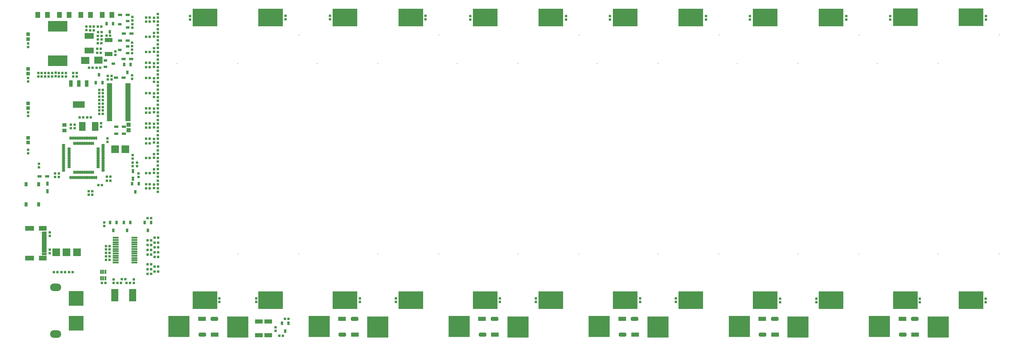
<source format=gts>
G04*
G04 #@! TF.GenerationSoftware,Altium Limited,Altium Designer,18.1.7 (191)*
G04*
G04 Layer_Color=8388736*
%FSLAX44Y44*%
%MOMM*%
G71*
G01*
G75*
%ADD55R,1.2032X1.2032*%
%ADD56R,0.8032X0.8032*%
%ADD57R,0.8032X0.8032*%
%ADD58R,0.7532X1.0032*%
%ADD59R,1.2032X0.6532*%
%ADD60R,1.0032X0.7532*%
%ADD61R,0.6532X1.2032*%
%ADD62O,1.5532X0.5532*%
%ADD63R,2.2032X2.2032*%
%ADD64R,2.2032X2.2032*%
%ADD65R,2.2032X1.2032*%
G04:AMPARAMS|DCode=66|XSize=2.2032mm|YSize=1.2032mm|CornerRadius=0mm|HoleSize=0mm|Usage=FLASHONLY|Rotation=0.000|XOffset=0mm|YOffset=0mm|HoleType=Round|Shape=Octagon|*
%AMOCTAGOND66*
4,1,8,1.1016,-0.3008,1.1016,0.3008,0.8008,0.6016,-0.8008,0.6016,-1.1016,0.3008,-1.1016,-0.3008,-0.8008,-0.6016,0.8008,-0.6016,1.1016,-0.3008,0.0*
%
%ADD66OCTAGOND66*%

%ADD67R,6.2032X6.2032*%
%ADD68R,7.2032X5.2032*%
%ADD69R,1.4032X1.7032*%
%ADD70R,2.2032X1.3032*%
%ADD71R,5.6032X3.1032*%
%ADD72R,3.4032X1.9032*%
%ADD73R,1.1032X1.9032*%
%ADD74R,0.5532X1.2032*%
%ADD75R,0.5532X1.2032*%
G04:AMPARAMS|DCode=76|XSize=1.6732mm|YSize=0.6832mm|CornerRadius=0.1616mm|HoleSize=0mm|Usage=FLASHONLY|Rotation=90.000|XOffset=0mm|YOffset=0mm|HoleType=Round|Shape=RoundedRectangle|*
%AMROUNDEDRECTD76*
21,1,1.6732,0.3600,0,0,90.0*
21,1,1.3500,0.6832,0,0,90.0*
1,1,0.3232,0.1800,0.6750*
1,1,0.3232,0.1800,-0.6750*
1,1,0.3232,-0.1800,-0.6750*
1,1,0.3232,-0.1800,0.6750*
%
%ADD76ROUNDEDRECTD76*%
%ADD77R,2.4032X2.0032*%
G04:AMPARAMS|DCode=78|XSize=0.5032mm|YSize=1.0032mm|CornerRadius=0.1766mm|HoleSize=0mm|Usage=FLASHONLY|Rotation=0.000|XOffset=0mm|YOffset=0mm|HoleType=Round|Shape=RoundedRectangle|*
%AMROUNDEDRECTD78*
21,1,0.5032,0.6500,0,0,0.0*
21,1,0.1500,1.0032,0,0,0.0*
1,1,0.3532,0.0750,-0.3250*
1,1,0.3532,-0.0750,-0.3250*
1,1,0.3532,-0.0750,0.3250*
1,1,0.3532,0.0750,0.3250*
%
%ADD78ROUNDEDRECTD78*%
G04:AMPARAMS|DCode=79|XSize=0.5032mm|YSize=1.0032mm|CornerRadius=0.1766mm|HoleSize=0mm|Usage=FLASHONLY|Rotation=90.000|XOffset=0mm|YOffset=0mm|HoleType=Round|Shape=RoundedRectangle|*
%AMROUNDEDRECTD79*
21,1,0.5032,0.6500,0,0,90.0*
21,1,0.1500,1.0032,0,0,90.0*
1,1,0.3532,0.3250,0.0750*
1,1,0.3532,0.3250,-0.0750*
1,1,0.3532,-0.3250,-0.0750*
1,1,0.3532,-0.3250,0.0750*
%
%ADD79ROUNDEDRECTD79*%
%ADD80R,1.0032X1.0032*%
%ADD81R,1.6532X0.5032*%
%ADD82R,0.9032X1.3032*%
%ADD83R,1.1832X1.1332*%
%ADD84R,1.3532X0.8032*%
%ADD85R,1.3532X0.5032*%
%ADD86R,2.0032X3.6032*%
%ADD87R,1.9032X2.6032*%
%ADD88C,0.2032*%
%ADD89R,4.2032X4.2032*%
%ADD90O,3.2032X2.2032*%
%ADD91R,2.2032X1.4032*%
%ADD92R,2.5032X1.4032*%
D55*
X634000Y845000D02*
D03*
Y829000D02*
D03*
D56*
X564000Y561080D02*
D03*
Y550920D02*
D03*
X646000Y757080D02*
D03*
Y746920D02*
D03*
X644000Y977920D02*
D03*
Y988080D02*
D03*
X645000Y1146920D02*
D03*
Y1157080D02*
D03*
Y1125920D02*
D03*
Y1136080D02*
D03*
X644000Y1072920D02*
D03*
Y1083080D02*
D03*
Y1051920D02*
D03*
Y1062080D02*
D03*
X659000Y724920D02*
D03*
Y735080D02*
D03*
X663000Y692920D02*
D03*
Y703080D02*
D03*
X646000Y724920D02*
D03*
Y735080D02*
D03*
X574000Y975920D02*
D03*
Y986080D02*
D03*
X585000Y975920D02*
D03*
Y986080D02*
D03*
X719000Y1166080D02*
D03*
Y1155920D02*
D03*
Y1144080D02*
D03*
Y1133920D02*
D03*
Y1111920D02*
D03*
Y1122080D02*
D03*
Y1100080D02*
D03*
Y1089920D02*
D03*
Y1067920D02*
D03*
Y1078080D02*
D03*
Y1056080D02*
D03*
Y1045920D02*
D03*
Y1023920D02*
D03*
Y1034080D02*
D03*
Y1012080D02*
D03*
Y1001920D02*
D03*
Y979920D02*
D03*
Y990080D02*
D03*
Y968080D02*
D03*
Y957920D02*
D03*
Y935920D02*
D03*
Y946080D02*
D03*
Y924080D02*
D03*
Y913920D02*
D03*
Y891920D02*
D03*
Y902080D02*
D03*
Y880080D02*
D03*
Y869920D02*
D03*
Y847920D02*
D03*
Y858080D02*
D03*
Y836080D02*
D03*
Y825920D02*
D03*
Y803920D02*
D03*
Y814080D02*
D03*
Y792080D02*
D03*
Y781920D02*
D03*
Y759920D02*
D03*
Y770080D02*
D03*
X719000Y748080D02*
D03*
Y737920D02*
D03*
X719000Y715920D02*
D03*
Y726080D02*
D03*
Y704080D02*
D03*
Y693920D02*
D03*
Y671920D02*
D03*
Y682080D02*
D03*
Y660080D02*
D03*
Y649920D02*
D03*
X897000Y341080D02*
D03*
Y330920D02*
D03*
X1003000Y341080D02*
D03*
Y330920D02*
D03*
X1303000Y341080D02*
D03*
Y330920D02*
D03*
X1407000Y341080D02*
D03*
Y330920D02*
D03*
X1708000Y341080D02*
D03*
Y330920D02*
D03*
X1812000Y341080D02*
D03*
Y330920D02*
D03*
X2113000Y341080D02*
D03*
Y330920D02*
D03*
X2217000Y341080D02*
D03*
Y330920D02*
D03*
X2518000Y340080D02*
D03*
Y329920D02*
D03*
X2623000Y340080D02*
D03*
Y329920D02*
D03*
X2922000Y340080D02*
D03*
Y329920D02*
D03*
X3112000Y340080D02*
D03*
Y329920D02*
D03*
X812000Y1160080D02*
D03*
Y1149920D02*
D03*
X1088000Y1161080D02*
D03*
Y1150920D02*
D03*
X1217000Y1161080D02*
D03*
Y1150920D02*
D03*
X1493000Y1161080D02*
D03*
Y1150920D02*
D03*
X1622000Y1160080D02*
D03*
Y1149920D02*
D03*
X1899000Y1160080D02*
D03*
Y1149920D02*
D03*
X2026000Y1160080D02*
D03*
Y1149920D02*
D03*
X2304000Y1160080D02*
D03*
Y1149920D02*
D03*
X2431000Y1160080D02*
D03*
Y1149920D02*
D03*
X2709000Y1160080D02*
D03*
Y1149920D02*
D03*
X2836000Y1160080D02*
D03*
Y1149920D02*
D03*
X3113000Y1160080D02*
D03*
Y1149920D02*
D03*
X484000Y995080D02*
D03*
Y984920D02*
D03*
X474000Y995080D02*
D03*
Y984920D02*
D03*
X443000D02*
D03*
Y995080D02*
D03*
X433000Y984920D02*
D03*
Y995080D02*
D03*
X423000Y985000D02*
D03*
Y995160D02*
D03*
X413000Y984920D02*
D03*
Y995080D02*
D03*
X403000Y984920D02*
D03*
Y995080D02*
D03*
X596000Y1046920D02*
D03*
Y1057080D02*
D03*
X708000Y715080D02*
D03*
Y704920D02*
D03*
X422000Y692920D02*
D03*
Y703080D02*
D03*
X453000Y984920D02*
D03*
Y995080D02*
D03*
X512000Y1118920D02*
D03*
Y1129080D02*
D03*
X393000Y995080D02*
D03*
Y984920D02*
D03*
X373000Y995080D02*
D03*
Y984920D02*
D03*
X556000Y1102080D02*
D03*
Y1091920D02*
D03*
X545000Y1102080D02*
D03*
Y1091920D02*
D03*
X383000Y984920D02*
D03*
Y995080D02*
D03*
X708000Y660920D02*
D03*
Y671080D02*
D03*
Y748920D02*
D03*
Y759080D02*
D03*
Y792920D02*
D03*
Y803080D02*
D03*
Y836920D02*
D03*
Y847080D02*
D03*
Y880920D02*
D03*
Y891080D02*
D03*
Y924920D02*
D03*
Y935080D02*
D03*
Y968920D02*
D03*
Y979080D02*
D03*
Y1012920D02*
D03*
Y1023080D02*
D03*
Y1056920D02*
D03*
Y1067080D02*
D03*
Y1100920D02*
D03*
Y1111080D02*
D03*
X344000Y761920D02*
D03*
Y772080D02*
D03*
X344000Y869920D02*
D03*
Y880080D02*
D03*
Y969920D02*
D03*
Y980080D02*
D03*
Y1069920D02*
D03*
Y1080080D02*
D03*
X1059000Y257080D02*
D03*
Y246920D02*
D03*
X708000Y1155080D02*
D03*
Y1144920D02*
D03*
X573000Y794920D02*
D03*
Y805080D02*
D03*
X591000Y396176D02*
D03*
Y386017D02*
D03*
X555000Y838920D02*
D03*
Y849080D02*
D03*
X375000Y731080D02*
D03*
Y720920D02*
D03*
X433000Y703080D02*
D03*
Y692920D02*
D03*
X519000Y641920D02*
D03*
Y652080D02*
D03*
X529000Y641920D02*
D03*
Y652080D02*
D03*
X649000Y386017D02*
D03*
Y396176D02*
D03*
X478000Y834920D02*
D03*
Y845080D02*
D03*
X467000D02*
D03*
Y834920D02*
D03*
X406000Y482080D02*
D03*
Y471920D02*
D03*
X406000Y521920D02*
D03*
Y532080D02*
D03*
D57*
X549920Y896000D02*
D03*
X560080D02*
D03*
X549920Y876000D02*
D03*
X560080D02*
D03*
X549920Y946000D02*
D03*
X560080D02*
D03*
X695080Y660000D02*
D03*
X684920D02*
D03*
X695080Y672000D02*
D03*
X684920D02*
D03*
X695080Y704000D02*
D03*
X684920D02*
D03*
X695080Y748000D02*
D03*
X684920D02*
D03*
X695080Y791000D02*
D03*
X684920D02*
D03*
X695080Y804000D02*
D03*
X684920D02*
D03*
X695080Y836000D02*
D03*
X684920D02*
D03*
X695080Y848000D02*
D03*
X684920D02*
D03*
X560080Y936000D02*
D03*
X549920D02*
D03*
X695080Y880000D02*
D03*
X684920D02*
D03*
X549920Y906000D02*
D03*
X560080D02*
D03*
X695080Y892000D02*
D03*
X684920D02*
D03*
X549920Y886000D02*
D03*
X560080D02*
D03*
X695080Y936000D02*
D03*
X684920D02*
D03*
X695080Y980000D02*
D03*
X684920D02*
D03*
X560080Y916000D02*
D03*
X549920D02*
D03*
X560080Y926000D02*
D03*
X549920D02*
D03*
X695080Y1012000D02*
D03*
X684920D02*
D03*
X695080Y1024000D02*
D03*
X684920D02*
D03*
X695080Y1056000D02*
D03*
X684920D02*
D03*
X695080Y1100000D02*
D03*
X684920D02*
D03*
X695080Y1144000D02*
D03*
X684920D02*
D03*
X695080Y1156000D02*
D03*
X684920D02*
D03*
X720080Y461000D02*
D03*
X709920D02*
D03*
X568920Y463000D02*
D03*
X579080D02*
D03*
X568920Y453000D02*
D03*
X579080D02*
D03*
X568920Y483000D02*
D03*
X579080D02*
D03*
X568920Y473000D02*
D03*
X579080D02*
D03*
Y493000D02*
D03*
X568920D02*
D03*
X556920Y386000D02*
D03*
X567080D02*
D03*
X541920Y1010000D02*
D03*
X552080D02*
D03*
X581080Y1103000D02*
D03*
X570920D02*
D03*
X519920Y1010000D02*
D03*
X530080D02*
D03*
X582080Y682000D02*
D03*
X571920D02*
D03*
X555080Y1081000D02*
D03*
X544920D02*
D03*
X554080Y1053000D02*
D03*
X543920D02*
D03*
Y1065000D02*
D03*
X554080D02*
D03*
X545920Y1113000D02*
D03*
X556080D02*
D03*
X522920Y1118000D02*
D03*
X533080D02*
D03*
X555080Y1129000D02*
D03*
X544920D02*
D03*
X533080D02*
D03*
X522920D02*
D03*
X688920Y574000D02*
D03*
X699080D02*
D03*
X625080Y397096D02*
D03*
X614920D02*
D03*
X612080Y386096D02*
D03*
X601920D02*
D03*
X450080Y417000D02*
D03*
X439920D02*
D03*
X688920Y412000D02*
D03*
X699080D02*
D03*
X709920Y433000D02*
D03*
X720080D02*
D03*
X1080080Y233000D02*
D03*
X1069920D02*
D03*
X428080Y417000D02*
D03*
X417920D02*
D03*
X514920Y866000D02*
D03*
X525080D02*
D03*
X492920Y866000D02*
D03*
X503080D02*
D03*
X546920Y670000D02*
D03*
X557080D02*
D03*
X571920Y694000D02*
D03*
X582080D02*
D03*
X1096080Y282000D02*
D03*
X1085920D02*
D03*
X472080Y417000D02*
D03*
X461920D02*
D03*
X709920Y517000D02*
D03*
X720080D02*
D03*
X709920Y503000D02*
D03*
X720080D02*
D03*
X688920Y510000D02*
D03*
X699080D02*
D03*
X709920Y489190D02*
D03*
X720080D02*
D03*
X688920Y496000D02*
D03*
X699080D02*
D03*
X688920Y482000D02*
D03*
X699080D02*
D03*
X709920Y475000D02*
D03*
X720080D02*
D03*
X688920Y468000D02*
D03*
X699080D02*
D03*
X688920Y440000D02*
D03*
X699080D02*
D03*
X688920Y426000D02*
D03*
X699080D02*
D03*
X709920Y419000D02*
D03*
X720080D02*
D03*
X627920Y386096D02*
D03*
X638080D02*
D03*
D58*
X549000Y989500D02*
D03*
X558500Y966500D02*
D03*
X539500D02*
D03*
X631000Y996500D02*
D03*
X621500Y1019500D02*
D03*
X640500D02*
D03*
X654000Y650500D02*
D03*
X644500Y673500D02*
D03*
X663500D02*
D03*
X580000Y1114500D02*
D03*
X570500Y1137500D02*
D03*
X589500D02*
D03*
X690000Y538500D02*
D03*
X680500Y561500D02*
D03*
X699500D02*
D03*
X1096500Y269500D02*
D03*
X1077500D02*
D03*
X1087000Y246500D02*
D03*
X599500Y561500D02*
D03*
X580500D02*
D03*
X590000Y538500D02*
D03*
X639500Y561500D02*
D03*
X620500D02*
D03*
X630000Y538500D02*
D03*
D59*
X643000Y1109000D02*
D03*
X621000D02*
D03*
X642000Y1035000D02*
D03*
X620000D02*
D03*
X610000Y1163000D02*
D03*
X632000D02*
D03*
X610000Y1089000D02*
D03*
X632000D02*
D03*
X599000Y819000D02*
D03*
X621000D02*
D03*
X599000Y839000D02*
D03*
X621000D02*
D03*
X598000Y981000D02*
D03*
X620000D02*
D03*
X377000Y695000D02*
D03*
X399000D02*
D03*
D60*
X608500Y1136000D02*
D03*
X631500Y1145500D02*
D03*
Y1126500D02*
D03*
X608501Y1061993D02*
D03*
X631501Y1071493D02*
D03*
Y1052493D02*
D03*
X590000Y1022000D02*
D03*
X567000Y1012500D02*
D03*
Y1031500D02*
D03*
D61*
X647000Y688000D02*
D03*
Y710000D02*
D03*
X400000Y674000D02*
D03*
Y652000D02*
D03*
D62*
X579250Y962500D02*
D03*
Y957500D02*
D03*
Y952500D02*
D03*
Y947500D02*
D03*
Y942500D02*
D03*
Y937500D02*
D03*
Y932500D02*
D03*
Y927500D02*
D03*
Y922500D02*
D03*
Y917500D02*
D03*
Y912500D02*
D03*
Y907500D02*
D03*
Y902500D02*
D03*
Y897500D02*
D03*
Y892500D02*
D03*
Y887500D02*
D03*
Y882500D02*
D03*
Y877500D02*
D03*
Y872500D02*
D03*
Y867500D02*
D03*
Y862500D02*
D03*
Y857500D02*
D03*
X632750Y962500D02*
D03*
Y957500D02*
D03*
Y952500D02*
D03*
Y947500D02*
D03*
Y942500D02*
D03*
Y937500D02*
D03*
Y932500D02*
D03*
Y927500D02*
D03*
Y922500D02*
D03*
Y917500D02*
D03*
Y912500D02*
D03*
Y907500D02*
D03*
Y902500D02*
D03*
Y897500D02*
D03*
Y892500D02*
D03*
Y887500D02*
D03*
Y882500D02*
D03*
Y877500D02*
D03*
Y872500D02*
D03*
Y867500D02*
D03*
Y862500D02*
D03*
Y857500D02*
D03*
D63*
X485000Y475000D02*
D03*
X455000D02*
D03*
X425000D02*
D03*
D64*
X625000Y774000D02*
D03*
X595000D02*
D03*
D65*
X846500Y281998D02*
D03*
X883500Y235998D02*
D03*
X1288500Y235998D02*
D03*
X1251500Y281998D02*
D03*
X1693500Y235998D02*
D03*
X1656500Y281998D02*
D03*
X2098500Y235998D02*
D03*
X2061500Y281998D02*
D03*
X2503500Y235998D02*
D03*
X2466500Y281998D02*
D03*
X2908500Y235998D02*
D03*
X2871500Y281998D02*
D03*
D66*
X847500Y235998D02*
D03*
X882500Y281998D02*
D03*
X1287500Y281998D02*
D03*
X1252500Y235998D02*
D03*
X1692500Y281998D02*
D03*
X1657500Y235998D02*
D03*
X2097500Y281998D02*
D03*
X2062500Y235998D02*
D03*
X2502500Y281998D02*
D03*
X2467500Y235998D02*
D03*
X2907500Y281998D02*
D03*
X2872500Y235998D02*
D03*
D67*
X780000Y259998D02*
D03*
X950000Y257998D02*
D03*
X1355000Y257998D02*
D03*
X1185000Y259998D02*
D03*
X1760000Y257998D02*
D03*
X1590000Y259998D02*
D03*
X2165000Y257998D02*
D03*
X1995000Y259998D02*
D03*
X2570000Y257998D02*
D03*
X2400000Y259998D02*
D03*
X2975000Y257998D02*
D03*
X2805000Y259998D02*
D03*
D68*
X3070000Y1156352D02*
D03*
X3070000Y336352D02*
D03*
X2880000D02*
D03*
Y1156352D02*
D03*
X2665000Y1156000D02*
D03*
X2665000Y336000D02*
D03*
X2475000D02*
D03*
Y1156000D02*
D03*
X2260000D02*
D03*
X2260000Y336000D02*
D03*
X2070000D02*
D03*
Y1156000D02*
D03*
X1855000Y1156000D02*
D03*
X1855000Y336000D02*
D03*
X1665000D02*
D03*
Y1156000D02*
D03*
X1450000Y1156000D02*
D03*
X1450000Y336000D02*
D03*
X1260000D02*
D03*
Y1156000D02*
D03*
X1045000Y1156000D02*
D03*
X1045000Y336000D02*
D03*
X855000D02*
D03*
Y1156000D02*
D03*
D69*
X372092Y1163000D02*
D03*
X400000D02*
D03*
X558046Y1163000D02*
D03*
X585954D02*
D03*
X496046D02*
D03*
X523954D02*
D03*
X434046D02*
D03*
X461954D02*
D03*
D70*
X577000Y1050000D02*
D03*
Y1090000D02*
D03*
X1038000Y234000D02*
D03*
Y274000D02*
D03*
X1011000Y234000D02*
D03*
Y274000D02*
D03*
D71*
X429000Y1130000D02*
D03*
Y1030000D02*
D03*
D72*
X490000Y903000D02*
D03*
D73*
X467000Y964000D02*
D03*
X490000D02*
D03*
X513000D02*
D03*
D74*
X567404Y418500D02*
D03*
X560904Y399500D02*
D03*
X567404D02*
D03*
X560904Y418500D02*
D03*
X554404D02*
D03*
D75*
X554403Y399500D02*
D03*
D76*
X510250Y1059500D02*
D03*
X516750D02*
D03*
X523250D02*
D03*
X529750D02*
D03*
Y1102500D02*
D03*
X523250D02*
D03*
X516750D02*
D03*
X510250D02*
D03*
D77*
X547000Y1032000D02*
D03*
X509000Y1031000D02*
D03*
D78*
X531000Y691750D02*
D03*
X536000D02*
D03*
X526000D02*
D03*
X541000D02*
D03*
X516000D02*
D03*
X521000D02*
D03*
X506000D02*
D03*
X511000D02*
D03*
X491000D02*
D03*
X501000D02*
D03*
X496000D02*
D03*
X471000D02*
D03*
X476000D02*
D03*
X466000D02*
D03*
X486000D02*
D03*
X481000D02*
D03*
X541000Y806170D02*
D03*
X536000D02*
D03*
X531000D02*
D03*
X526000D02*
D03*
X506000D02*
D03*
X511000D02*
D03*
X501000D02*
D03*
X521000D02*
D03*
X516000D02*
D03*
X496000D02*
D03*
X491000D02*
D03*
X486000D02*
D03*
X471000D02*
D03*
X466000D02*
D03*
X481000D02*
D03*
X476000D02*
D03*
X531500Y790750D02*
D03*
X526500Y790750D02*
D03*
X521500Y790750D02*
D03*
X516500Y790750D02*
D03*
X511500D02*
D03*
X506500D02*
D03*
X501500D02*
D03*
X496500D02*
D03*
X491500Y790750D02*
D03*
X486500Y790750D02*
D03*
X481500D02*
D03*
X476500D02*
D03*
X531500Y707250D02*
D03*
X526500D02*
D03*
X521500D02*
D03*
X516500D02*
D03*
X511500D02*
D03*
X506500D02*
D03*
X501500D02*
D03*
X496500D02*
D03*
X491500D02*
D03*
X486500D02*
D03*
X481500D02*
D03*
X476500D02*
D03*
D79*
X560500Y711250D02*
D03*
Y721250D02*
D03*
Y726250D02*
D03*
Y716250D02*
D03*
Y736250D02*
D03*
Y731250D02*
D03*
Y741250D02*
D03*
Y746250D02*
D03*
Y751250D02*
D03*
X446500Y736250D02*
D03*
Y741250D02*
D03*
Y731250D02*
D03*
Y751250D02*
D03*
Y746250D02*
D03*
Y716250D02*
D03*
Y711250D02*
D03*
Y726250D02*
D03*
Y721250D02*
D03*
X560500Y761250D02*
D03*
Y766250D02*
D03*
Y756250D02*
D03*
Y786250D02*
D03*
Y771250D02*
D03*
Y776250D02*
D03*
Y781250D02*
D03*
X446500Y761250D02*
D03*
Y766250D02*
D03*
Y756250D02*
D03*
Y776250D02*
D03*
Y781250D02*
D03*
Y771250D02*
D03*
Y786250D02*
D03*
X462250Y776500D02*
D03*
Y771500D02*
D03*
Y766500D02*
D03*
Y761500D02*
D03*
Y756500D02*
D03*
Y751500D02*
D03*
Y746500D02*
D03*
Y741500D02*
D03*
Y736500D02*
D03*
Y731500D02*
D03*
Y726500D02*
D03*
Y721500D02*
D03*
X545750Y776500D02*
D03*
Y771500D02*
D03*
Y766500D02*
D03*
Y761500D02*
D03*
Y756500D02*
D03*
Y751500D02*
D03*
Y746500D02*
D03*
Y741500D02*
D03*
Y736500D02*
D03*
Y731500D02*
D03*
Y726500D02*
D03*
Y721500D02*
D03*
D80*
X344000Y807000D02*
D03*
Y793000D02*
D03*
X344000Y893000D02*
D03*
Y907000D02*
D03*
Y993000D02*
D03*
Y1007000D02*
D03*
Y1093000D02*
D03*
Y1107000D02*
D03*
D81*
X596500Y471373D02*
D03*
Y477873D02*
D03*
Y484373D02*
D03*
Y490873D02*
D03*
Y497373D02*
D03*
Y503873D02*
D03*
Y516873D02*
D03*
Y510373D02*
D03*
X651000Y510323D02*
D03*
Y516823D02*
D03*
Y503823D02*
D03*
Y497323D02*
D03*
Y490823D02*
D03*
Y484323D02*
D03*
Y477823D02*
D03*
Y471323D02*
D03*
Y464823D02*
D03*
Y458323D02*
D03*
Y451823D02*
D03*
Y445323D02*
D03*
X596500Y445373D02*
D03*
Y451873D02*
D03*
Y458373D02*
D03*
Y464873D02*
D03*
D82*
X337500Y672500D02*
D03*
Y613500D02*
D03*
X374500D02*
D03*
Y672500D02*
D03*
D83*
X449000Y843700D02*
D03*
Y828300D02*
D03*
D84*
X390160Y532000D02*
D03*
Y524500D02*
D03*
X390190Y477500D02*
D03*
X390160Y470000D02*
D03*
D85*
Y518500D02*
D03*
Y513500D02*
D03*
Y508500D02*
D03*
Y503500D02*
D03*
X390190Y498500D02*
D03*
X390160Y493500D02*
D03*
Y488500D02*
D03*
Y483500D02*
D03*
D86*
X646000Y350000D02*
D03*
X594000D02*
D03*
D87*
X537500Y840123D02*
D03*
X500500D02*
D03*
D88*
X2975000Y1022704D02*
D03*
Y470000D02*
D03*
X3151000Y470352D02*
D03*
X3152000Y1105352D02*
D03*
X2799000Y1022352D02*
D03*
X2570000Y1022352D02*
D03*
Y469648D02*
D03*
X2746000Y470000D02*
D03*
X2747000Y1105000D02*
D03*
X2394000Y1022000D02*
D03*
X2165000Y1022352D02*
D03*
Y469648D02*
D03*
X2341000Y470000D02*
D03*
X2342000Y1105000D02*
D03*
X1989000Y1022000D02*
D03*
X1760000Y1022352D02*
D03*
Y469648D02*
D03*
X1936000Y470000D02*
D03*
X1937000Y1105000D02*
D03*
X1584000Y1022000D02*
D03*
X1355000Y1022352D02*
D03*
Y469648D02*
D03*
X1531000Y470000D02*
D03*
X1532000Y1105000D02*
D03*
X1179000Y1022000D02*
D03*
X950000Y1022352D02*
D03*
Y469648D02*
D03*
X1126000Y470000D02*
D03*
X1127000Y1105000D02*
D03*
X774000Y1022000D02*
D03*
X379190Y531000D02*
D03*
Y471000D02*
D03*
D89*
X483000Y341500D02*
D03*
Y269500D02*
D03*
D90*
X423000Y373000D02*
D03*
Y238000D02*
D03*
D91*
X386360Y544200D02*
D03*
Y457700D02*
D03*
D92*
X347760Y544200D02*
D03*
Y457700D02*
D03*
M02*

</source>
